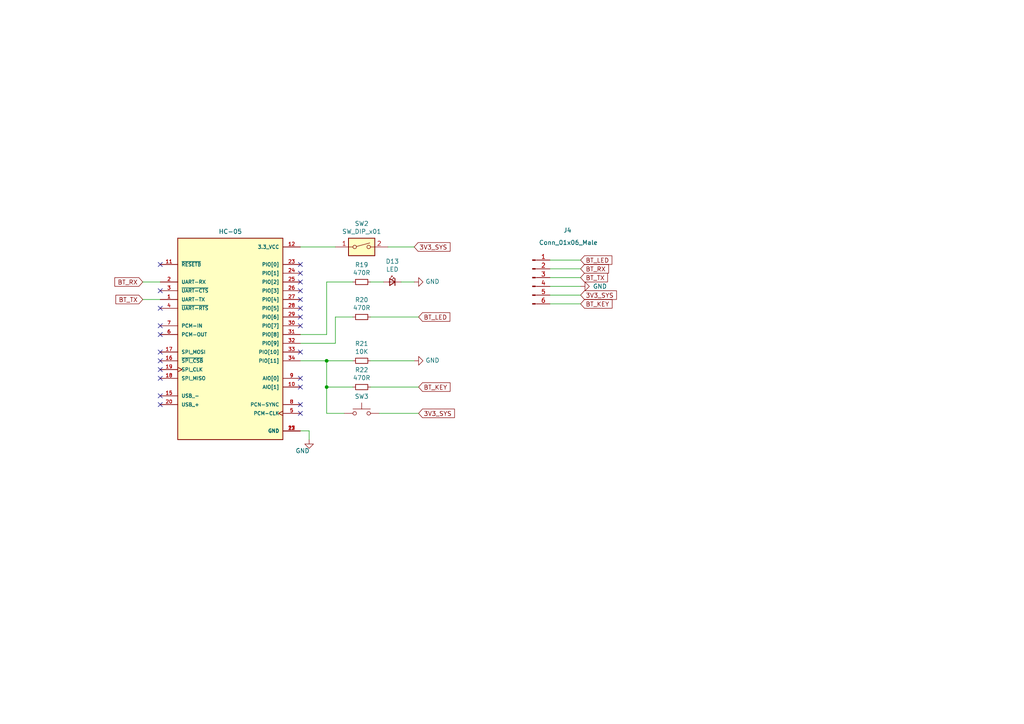
<source format=kicad_sch>
(kicad_sch (version 20211123) (generator eeschema)
  (paper "A4")
  (lib_symbols
    (symbol "APPS-rescue:HC-05-HC-05" (pin_names (offset 1.016))
      (property "Reference" "U" (at -15.24 31.115 0))
      (property "Value" "HC-05-HC-05" (at -15.24 -30.48 0))
      (symbol "HC-05-HC-05_0_0"
        (rectangle (start -15.24 -27.94) (end 15.24 30.48) (stroke (width 0.254)) (fill (type background)))
        (pin output line (at -20.32 12.7 0) (length 5.08) (name "UART-TX") (number "1"))
        (pin bidirectional line (at 20.32 -12.7 180) (length 5.08) (name "AIO[1]") (number "10"))
        (pin input line (at -20.32 22.86 0) (length 5.08) (name "~{RESETB}") (number "11"))
        (pin power_in line (at 20.32 27.94 180) (length 5.08) (name "3.3_VCC") (number "12"))
        (pin power_in line (at 20.32 -25.4 180) (length 5.08) (name "GND") (number "13"))
        (pin bidirectional line (at -20.32 -15.24 0) (length 5.08) (name "USB_-") (number "15"))
        (pin input line (at -20.32 -5.08 0) (length 5.08) (name "~{SPI_CSB}") (number "16"))
        (pin input line (at -20.32 -2.54 0) (length 5.08) (name "SPI_MOSI") (number "17"))
        (pin output line (at -20.32 -10.16 0) (length 5.08) (name "SPI_MISO") (number "18"))
        (pin input clock (at -20.32 -7.62 0) (length 5.08) (name "SPI_CLK") (number "19"))
        (pin input line (at -20.32 17.78 0) (length 5.08) (name "UART-RX") (number "2"))
        (pin bidirectional line (at -20.32 -17.78 0) (length 5.08) (name "USB_+") (number "20"))
        (pin power_in line (at 20.32 -25.4 180) (length 5.08) (name "GND") (number "21"))
        (pin power_in line (at 20.32 -25.4 180) (length 5.08) (name "GND") (number "22"))
        (pin bidirectional line (at 20.32 22.86 180) (length 5.08) (name "PIO[0]") (number "23"))
        (pin bidirectional line (at 20.32 20.32 180) (length 5.08) (name "PIO[1]") (number "24"))
        (pin bidirectional line (at 20.32 17.78 180) (length 5.08) (name "PIO[2]") (number "25"))
        (pin bidirectional line (at 20.32 15.24 180) (length 5.08) (name "PIO[3]") (number "26"))
        (pin bidirectional line (at 20.32 12.7 180) (length 5.08) (name "PIO[4]") (number "27"))
        (pin bidirectional line (at 20.32 10.16 180) (length 5.08) (name "PIO[5]") (number "28"))
        (pin bidirectional line (at 20.32 7.62 180) (length 5.08) (name "PIO[6]") (number "29"))
        (pin input line (at -20.32 15.24 0) (length 5.08) (name "~{UART-CTS}") (number "3"))
        (pin bidirectional line (at 20.32 5.08 180) (length 5.08) (name "PIO[7]") (number "30"))
        (pin bidirectional line (at 20.32 2.54 180) (length 5.08) (name "PIO[8]") (number "31"))
        (pin bidirectional line (at 20.32 0 180) (length 5.08) (name "PIO[9]") (number "32"))
        (pin bidirectional line (at 20.32 -2.54 180) (length 5.08) (name "PIO[10]") (number "33"))
        (pin bidirectional line (at 20.32 -5.08 180) (length 5.08) (name "PIO[11]") (number "34"))
        (pin output line (at -20.32 10.16 0) (length 5.08) (name "~{UART-RTS}") (number "4"))
        (pin bidirectional clock (at 20.32 -20.32 180) (length 5.08) (name "PCM-CLK") (number "5"))
        (pin output line (at -20.32 2.54 0) (length 5.08) (name "PCM-OUT") (number "6"))
        (pin input line (at -20.32 5.08 0) (length 5.08) (name "PCM-IN") (number "7"))
        (pin bidirectional line (at 20.32 -17.78 180) (length 5.08) (name "PCN-SYNC") (number "8"))
        (pin bidirectional line (at 20.32 -10.16 180) (length 5.08) (name "AIO[0]") (number "9"))
      )
    )
    (symbol "Connector:Conn_01x06_Male" (pin_names (offset 1.016) hide)
      (property "Reference" "J" (at 0 7.62 0))
      (property "Value" "Conn_01x06_Male" (at 0 -10.16 0))
      (symbol "Conn_01x06_Male_1_1"
        (polyline (pts (xy 1.27 -7.62) (xy 0.8636 -7.62)) (stroke (width 0.1524)))
        (polyline (pts (xy 1.27 -5.08) (xy 0.8636 -5.08)) (stroke (width 0.1524)))
        (polyline (pts (xy 1.27 -2.54) (xy 0.8636 -2.54)) (stroke (width 0.1524)))
        (polyline (pts (xy 1.27 0) (xy 0.8636 0)) (stroke (width 0.1524)))
        (polyline (pts (xy 1.27 2.54) (xy 0.8636 2.54)) (stroke (width 0.1524)))
        (polyline (pts (xy 1.27 5.08) (xy 0.8636 5.08)) (stroke (width 0.1524)))
        (rectangle (start 0.8636 -7.493) (end 0 -7.747) (stroke (width 0.1524)) (fill (type outline)))
        (rectangle (start 0.8636 -4.953) (end 0 -5.207) (stroke (width 0.1524)) (fill (type outline)))
        (rectangle (start 0.8636 -2.413) (end 0 -2.667) (stroke (width 0.1524)) (fill (type outline)))
        (rectangle (start 0.8636 0.127) (end 0 -0.127) (stroke (width 0.1524)) (fill (type outline)))
        (rectangle (start 0.8636 2.667) (end 0 2.413) (stroke (width 0.1524)) (fill (type outline)))
        (rectangle (start 0.8636 5.207) (end 0 4.953) (stroke (width 0.1524)) (fill (type outline)))
        (pin passive line (at 5.08 5.08 180) (length 3.81) (name "Pin_1") (number "1"))
        (pin passive line (at 5.08 2.54 180) (length 3.81) (name "Pin_2") (number "2"))
        (pin passive line (at 5.08 0 180) (length 3.81) (name "Pin_3") (number "3"))
        (pin passive line (at 5.08 -2.54 180) (length 3.81) (name "Pin_4") (number "4"))
        (pin passive line (at 5.08 -5.08 180) (length 3.81) (name "Pin_5") (number "5"))
        (pin passive line (at 5.08 -7.62 180) (length 3.81) (name "Pin_6") (number "6"))
      )
    )
    (symbol "Device:LED_Small" (pin_numbers hide) (pin_names (offset 0.254) hide)
      (property "Reference" "D" (at -1.27 3.175 0))
      (property "Value" "LED_Small" (at -4.445 -2.54 0))
      (symbol "LED_Small_0_1"
        (polyline (pts (xy -0.762 -1.016) (xy -0.762 1.016)) (stroke (width 0.254)))
        (polyline (pts (xy 1.016 0) (xy -0.762 0)))
        (polyline (pts (xy 0.762 -1.016) (xy -0.762 0) (xy 0.762 1.016) (xy 0.762 -1.016)) (stroke (width 0.254)))
        (polyline (pts (xy 0 0.762) (xy -0.508 1.27) (xy -0.254 1.27) (xy -0.508 1.27) (xy -0.508 1.016)))
        (polyline (pts (xy 0.508 1.27) (xy 0 1.778) (xy 0.254 1.778) (xy 0 1.778) (xy 0 1.524)))
      )
      (symbol "LED_Small_1_1"
        (pin passive line (at -2.54 0 0) (length 1.778) (name "K") (number "1"))
        (pin passive line (at 2.54 0 180) (length 1.778) (name "A") (number "2"))
      )
    )
    (symbol "Device:R_Small" (pin_numbers hide) (pin_names (offset 0.254) hide)
      (property "Reference" "R" (at 0.762 0.508 0))
      (property "Value" "R_Small" (at 0.762 -1.016 0))
      (symbol "R_Small_0_1"
        (rectangle (start -0.762 1.778) (end 0.762 -1.778) (stroke (width 0.2032)))
      )
      (symbol "R_Small_1_1"
        (pin passive line (at 0 2.54 270) (length 0.762) (name "~") (number "1"))
        (pin passive line (at 0 -2.54 90) (length 0.762) (name "~") (number "2"))
      )
    )
    (symbol "Switch:SW_DIP_x01" (pin_names (offset 0) hide)
      (property "Reference" "SW" (at 0 3.81 0))
      (property "Value" "SW_DIP_x01" (at 0 -3.81 0))
      (symbol "SW_DIP_x01_0_0"
        (circle (center -2.032 0) (radius 0.508))
        (polyline (pts (xy -1.524 0.127) (xy 2.3622 1.1684)))
        (circle (center 2.032 0) (radius 0.508))
      )
      (symbol "SW_DIP_x01_0_1"
        (rectangle (start -3.81 2.54) (end 3.81 -2.54) (stroke (width 0.254)) (fill (type background)))
      )
      (symbol "SW_DIP_x01_1_1"
        (pin passive line (at -7.62 0 0) (length 5.08) (name "~") (number "1"))
        (pin passive line (at 7.62 0 180) (length 5.08) (name "~") (number "2"))
      )
    )
    (symbol "Switch:SW_Push" (pin_numbers hide) (pin_names (offset 1.016) hide)
      (property "Reference" "SW" (at 1.27 2.54 0))
      (property "Value" "SW_Push" (at 0 -1.524 0))
      (symbol "SW_Push_0_1"
        (circle (center -2.032 0) (radius 0.508))
        (polyline (pts (xy 0 1.27) (xy 0 3.048)))
        (polyline (pts (xy 2.54 1.27) (xy -2.54 1.27)))
        (circle (center 2.032 0) (radius 0.508))
        (pin passive line (at -5.08 0 0) (length 2.54) (name "1") (number "1"))
        (pin passive line (at 5.08 0 180) (length 2.54) (name "2") (number "2"))
      )
    )
    (symbol "power:GND" (power) (pin_names (offset 0))
      (property "Value" "GND" (at 0 -3.81 0))
      (symbol "GND_0_1"
        (polyline (pts (xy 0 0) (xy 0 -1.27) (xy 1.27 -1.27) (xy 0 -2.54) (xy -1.27 -1.27) (xy 0 -1.27)))
      )
      (symbol "GND_1_1"
        (pin power_in line (at 0 0 270) (length 0) hide (name "GND") (number "1"))
      )
    )
  )
  (junction (at 94.742 104.648))
  (junction (at 94.742 112.268))
  (no_connect (at 87.122 76.708))
  (no_connect (at 87.122 119.888))
  (no_connect (at 87.122 91.948))
  (no_connect (at 87.122 79.248))
  (no_connect (at 46.482 102.108))
  (no_connect (at 46.482 76.708))
  (no_connect (at 87.122 102.108))
  (no_connect (at 46.482 107.188))
  (no_connect (at 46.482 94.488))
  (no_connect (at 87.122 112.268))
  (no_connect (at 46.482 104.648))
  (no_connect (at 87.122 89.408))
  (no_connect (at 87.122 94.488))
  (no_connect (at 87.122 86.868))
  (no_connect (at 46.482 89.408))
  (no_connect (at 46.482 84.328))
  (no_connect (at 46.482 117.348))
  (no_connect (at 87.122 117.348))
  (no_connect (at 46.482 97.028))
  (no_connect (at 87.122 109.728))
  (no_connect (at 87.122 81.788))
  (no_connect (at 46.482 114.808))
  (no_connect (at 46.482 109.728))
  (no_connect (at 87.122 84.328))
  (wire (pts (xy 159.512 75.438) (xy 168.402 75.438)))
  (wire (pts (xy 89.662 124.968) (xy 89.662 127.508)))
  (wire (pts (xy 107.442 81.788) (xy 111.252 81.788)))
  (wire (pts (xy 159.512 88.138) (xy 168.402 88.138)))
  (wire (pts (xy 94.742 112.268) (xy 94.742 119.888)))
  (wire (pts (xy 94.742 119.888) (xy 99.822 119.888)))
  (wire (pts (xy 159.512 77.978) (xy 168.402 77.978)))
  (wire (pts (xy 107.442 91.948) (xy 121.412 91.948)))
  (wire (pts (xy 159.512 83.058) (xy 168.402 83.058)))
  (wire (pts (xy 97.282 99.568) (xy 97.282 91.948)))
  (wire (pts (xy 94.742 104.648) (xy 102.362 104.648)))
  (wire (pts (xy 112.522 71.628) (xy 120.142 71.628)))
  (wire (pts (xy 46.482 81.788) (xy 41.402 81.788)))
  (wire (pts (xy 159.512 85.598) (xy 168.402 85.598)))
  (wire (pts (xy 46.482 86.868) (xy 41.402 86.868)))
  (wire (pts (xy 87.122 124.968) (xy 89.662 124.968)))
  (wire (pts (xy 109.982 119.888) (xy 121.412 119.888)))
  (wire (pts (xy 87.122 71.628) (xy 97.282 71.628)))
  (wire (pts (xy 97.282 91.948) (xy 102.362 91.948)))
  (wire (pts (xy 107.442 104.648) (xy 120.142 104.648)))
  (wire (pts (xy 116.332 81.788) (xy 120.142 81.788)))
  (wire (pts (xy 159.512 80.518) (xy 168.402 80.518)))
  (wire (pts (xy 94.742 81.788) (xy 102.362 81.788)))
  (wire (pts (xy 107.442 112.268) (xy 121.412 112.268)))
  (wire (pts (xy 102.362 112.268) (xy 94.742 112.268)))
  (wire (pts (xy 87.122 99.568) (xy 97.282 99.568)))
  (wire (pts (xy 94.742 97.028) (xy 94.742 81.788)))
  (wire (pts (xy 87.122 97.028) (xy 94.742 97.028)))
  (wire (pts (xy 94.742 104.648) (xy 94.742 112.268)))
  (wire (pts (xy 87.122 104.648) (xy 94.742 104.648)))
  (global_label "BT_RX" (shape input) (at 41.402 81.788 180) (property "Intersheet References" "${INTERSHEET_REFS}" (effects hide)))
  (global_label "3V3_SYS" (shape input) (at 121.412 119.888 0) (property "Intersheet References" "${INTERSHEET_REFS}" (effects hide)))
  (global_label "BT_TX" (shape input) (at 168.402 80.518 0) (property "Intersheet References" "${INTERSHEET_REFS}" (effects hide)))
  (global_label "BT_KEY" (shape input) (at 121.412 112.268 0) (property "Intersheet References" "${INTERSHEET_REFS}" (effects hide)))
  (global_label "3V3_SYS" (shape input) (at 120.142 71.628 0) (property "Intersheet References" "${INTERSHEET_REFS}" (effects hide)))
  (global_label "3V3_SYS" (shape input) (at 168.402 85.598 0) (property "Intersheet References" "${INTERSHEET_REFS}" (effects hide)))
  (global_label "BT_RX" (shape input) (at 168.402 77.978 0) (property "Intersheet References" "${INTERSHEET_REFS}" (effects hide)))
  (global_label "BT_LED" (shape input) (at 121.412 91.948 0) (property "Intersheet References" "${INTERSHEET_REFS}" (effects hide)))
  (global_label "BT_LED" (shape input) (at 168.402 75.438 0) (property "Intersheet References" "${INTERSHEET_REFS}" (effects hide)))
  (global_label "BT_KEY" (shape input) (at 168.402 88.138 0) (property "Intersheet References" "${INTERSHEET_REFS}" (effects hide)))
  (global_label "BT_TX" (shape input) (at 41.402 86.868 180) (property "Intersheet References" "${INTERSHEET_REFS}" (effects hide)))
  (symbol (lib_id "APPS-rescue:HC-05-HC-05") (at 66.802 99.568 0)
    (property "Reference" "U9" (effects hide))
    (property "Value" "HC-05" (at 66.802 67.1576 0))
    (property "Footprint" "HC05:XCVR_HC-05" (effects hide))
    (property "MF" "HuiCheng" (effects hide))
    (property "PARTREV" "v1.0" (effects hide))
    (property "STANDARD" "Manufacturer Recommendations" (effects hide))
  )
  (symbol (lib_id "power:GND") (at 89.662 127.508 0) (unit 1)
    (property "Reference" "#PWR036" (effects hide))
    (property "Value" "GND" (at 89.789 130.7592 0) (effects (justify right)))
  )
  (symbol (lib_id "Device:LED_Small") (at 113.792 81.788 0) (mirror y) (unit 1)
    (property "Reference" "D13" (at 113.792 75.819 0))
    (property "Value" "LED" (at 113.792 78.1304 0))
    (property "Footprint" "Diode_SMD:D_0805_2012Metric" (effects hide))
  )
  (symbol (lib_id "Device:R_Small") (at 104.902 104.648 270) (unit 1)
    (property "Reference" "R21" (at 104.902 99.6696 90))
    (property "Value" "10K" (at 104.902 101.981 90))
    (property "Footprint" "Resistor_SMD:R_1206_3216Metric" (effects hide))
  )
  (symbol (lib_id "power:GND") (at 120.142 104.648 90) (unit 1)
    (property "Reference" "#PWR035" (effects hide))
    (property "Value" "GND" (at 123.3932 104.521 90) (effects (justify right)))
  )
  (symbol (lib_id "Device:R_Small") (at 104.902 81.788 270) (unit 1)
    (property "Reference" "R19" (at 104.902 76.8096 90))
    (property "Value" "470R" (at 104.902 79.121 90))
    (property "Footprint" "Resistor_SMD:R_1206_3216Metric" (effects hide))
  )
  (symbol (lib_id "power:GND") (at 120.142 81.788 90) (unit 1)
    (property "Reference" "#PWR033" (effects hide))
    (property "Value" "GND" (at 123.3932 81.661 90) (effects (justify right)))
  )
  (symbol (lib_id "Device:R_Small") (at 104.902 91.948 270) (unit 1)
    (property "Reference" "R20" (at 104.902 86.9696 90))
    (property "Value" "470R" (at 104.902 89.281 90))
    (property "Footprint" "Resistor_SMD:R_1206_3216Metric" (effects hide))
  )
  (symbol (lib_id "Switch:SW_Push") (at 104.902 119.888 0) (unit 1)
    (property "Reference" "SW3" (at 104.902 114.9858 0))
    (property "Value" "SW_Push" (effects hide))
    (property "Footprint" "Button_Switch_THT:SW_PUSH_6mm" (effects hide))
  )
  (symbol (lib_id "Switch:SW_DIP_x01") (at 104.902 71.628 0) (unit 1)
    (property "Reference" "SW2" (at 104.902 64.8462 0))
    (property "Value" "SW_DIP_x01" (at 104.902 67.1576 0))
    (property "Footprint" "Button_Switch_SMD:SW_DIP_SPSTx01_Slide_6.7x4.1mm_W6.73mm_P2.54mm_LowProfile_JPin" (effects hide))
  )
  (symbol (lib_id "power:GND") (at 168.402 83.058 90) (unit 1)
    (property "Reference" "#PWR034" (effects hide))
    (property "Value" "GND" (at 171.958 83.058 90) (effects (justify right)))
  )
  (symbol (lib_id "Device:R_Small") (at 104.902 112.268 270) (unit 1)
    (property "Reference" "R22" (at 104.902 107.2896 90))
    (property "Value" "470R" (at 104.902 109.601 90))
    (property "Footprint" "Resistor_SMD:R_1206_3216Metric" (effects hide))
  )
  (symbol (lib_id "Connector:Conn_01x06_Male") (at 154.432 80.518 0) (unit 1)
    (property "Reference" "J4" (at 164.592 66.802 0))
    (property "Value" "Conn_01x06_Male" (at 164.846 70.358 0))
    (property "Footprint" "Connector_PinHeader_2.54mm:PinHeader_1x06_P2.54mm_Vertical" (effects hide))
  )
)
</source>
